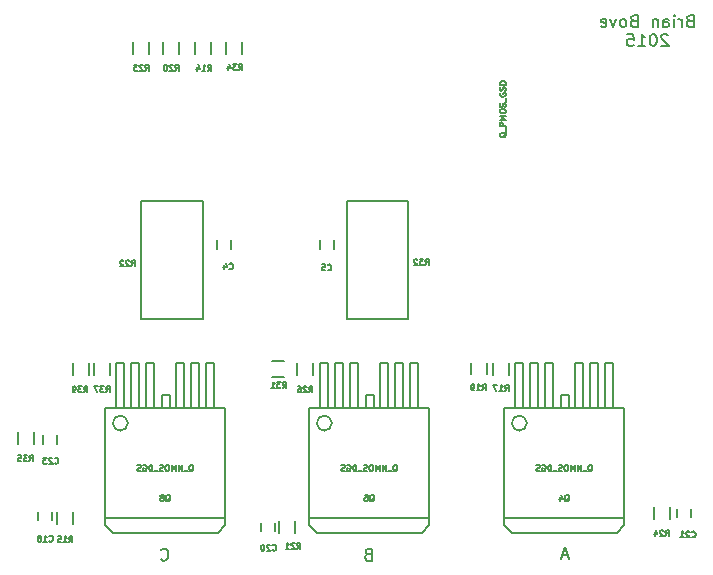
<source format=gbr>
G04 #@! TF.FileFunction,Legend,Bot*
%FSLAX46Y46*%
G04 Gerber Fmt 4.6, Leading zero omitted, Abs format (unit mm)*
G04 Created by KiCad (PCBNEW (2015-05-26 BZR 5684)-product) date Wed 21 Oct 2015 04:34:03 PM PDT*
%MOMM*%
G01*
G04 APERTURE LIST*
%ADD10C,0.100000*%
%ADD11C,0.190500*%
%ADD12C,0.127000*%
%ADD13C,0.150000*%
%ADD14C,0.200000*%
G04 APERTURE END LIST*
D10*
D11*
X180541990Y-76413179D02*
X180396847Y-76461560D01*
X180348466Y-76509940D01*
X180300085Y-76606702D01*
X180300085Y-76751845D01*
X180348466Y-76848607D01*
X180396847Y-76896988D01*
X180493609Y-76945369D01*
X180880656Y-76945369D01*
X180880656Y-75929369D01*
X180541990Y-75929369D01*
X180445228Y-75977750D01*
X180396847Y-76026131D01*
X180348466Y-76122893D01*
X180348466Y-76219655D01*
X180396847Y-76316417D01*
X180445228Y-76364798D01*
X180541990Y-76413179D01*
X180880656Y-76413179D01*
X179864656Y-76945369D02*
X179864656Y-76268036D01*
X179864656Y-76461560D02*
X179816275Y-76364798D01*
X179767894Y-76316417D01*
X179671132Y-76268036D01*
X179574371Y-76268036D01*
X179235704Y-76945369D02*
X179235704Y-76268036D01*
X179235704Y-75929369D02*
X179284085Y-75977750D01*
X179235704Y-76026131D01*
X179187323Y-75977750D01*
X179235704Y-75929369D01*
X179235704Y-76026131D01*
X178316466Y-76945369D02*
X178316466Y-76413179D01*
X178364847Y-76316417D01*
X178461609Y-76268036D01*
X178655132Y-76268036D01*
X178751894Y-76316417D01*
X178316466Y-76896988D02*
X178413228Y-76945369D01*
X178655132Y-76945369D01*
X178751894Y-76896988D01*
X178800275Y-76800226D01*
X178800275Y-76703464D01*
X178751894Y-76606702D01*
X178655132Y-76558321D01*
X178413228Y-76558321D01*
X178316466Y-76509940D01*
X177832656Y-76268036D02*
X177832656Y-76945369D01*
X177832656Y-76364798D02*
X177784275Y-76316417D01*
X177687513Y-76268036D01*
X177542371Y-76268036D01*
X177445609Y-76316417D01*
X177397228Y-76413179D01*
X177397228Y-76945369D01*
X175800657Y-76413179D02*
X175655514Y-76461560D01*
X175607133Y-76509940D01*
X175558752Y-76606702D01*
X175558752Y-76751845D01*
X175607133Y-76848607D01*
X175655514Y-76896988D01*
X175752276Y-76945369D01*
X176139323Y-76945369D01*
X176139323Y-75929369D01*
X175800657Y-75929369D01*
X175703895Y-75977750D01*
X175655514Y-76026131D01*
X175607133Y-76122893D01*
X175607133Y-76219655D01*
X175655514Y-76316417D01*
X175703895Y-76364798D01*
X175800657Y-76413179D01*
X176139323Y-76413179D01*
X174978180Y-76945369D02*
X175074942Y-76896988D01*
X175123323Y-76848607D01*
X175171704Y-76751845D01*
X175171704Y-76461560D01*
X175123323Y-76364798D01*
X175074942Y-76316417D01*
X174978180Y-76268036D01*
X174833038Y-76268036D01*
X174736276Y-76316417D01*
X174687895Y-76364798D01*
X174639514Y-76461560D01*
X174639514Y-76751845D01*
X174687895Y-76848607D01*
X174736276Y-76896988D01*
X174833038Y-76945369D01*
X174978180Y-76945369D01*
X174300847Y-76268036D02*
X174058942Y-76945369D01*
X173817038Y-76268036D01*
X173042943Y-76896988D02*
X173139705Y-76945369D01*
X173333228Y-76945369D01*
X173429990Y-76896988D01*
X173478371Y-76800226D01*
X173478371Y-76413179D01*
X173429990Y-76316417D01*
X173333228Y-76268036D01*
X173139705Y-76268036D01*
X173042943Y-76316417D01*
X172994562Y-76413179D01*
X172994562Y-76509940D01*
X173478371Y-76606702D01*
X178703514Y-77639031D02*
X178655133Y-77590650D01*
X178558371Y-77542269D01*
X178316467Y-77542269D01*
X178219705Y-77590650D01*
X178171324Y-77639031D01*
X178122943Y-77735793D01*
X178122943Y-77832555D01*
X178171324Y-77977698D01*
X178751895Y-78558269D01*
X178122943Y-78558269D01*
X177493990Y-77542269D02*
X177397229Y-77542269D01*
X177300467Y-77590650D01*
X177252086Y-77639031D01*
X177203705Y-77735793D01*
X177155324Y-77929317D01*
X177155324Y-78171221D01*
X177203705Y-78364745D01*
X177252086Y-78461507D01*
X177300467Y-78509888D01*
X177397229Y-78558269D01*
X177493990Y-78558269D01*
X177590752Y-78509888D01*
X177639133Y-78461507D01*
X177687514Y-78364745D01*
X177735895Y-78171221D01*
X177735895Y-77929317D01*
X177687514Y-77735793D01*
X177639133Y-77639031D01*
X177590752Y-77590650D01*
X177493990Y-77542269D01*
X176187705Y-78558269D02*
X176768276Y-78558269D01*
X176477990Y-78558269D02*
X176477990Y-77542269D01*
X176574752Y-77687412D01*
X176671514Y-77784174D01*
X176768276Y-77832555D01*
X175268467Y-77542269D02*
X175752276Y-77542269D01*
X175800657Y-78026079D01*
X175752276Y-77977698D01*
X175655514Y-77929317D01*
X175413610Y-77929317D01*
X175316848Y-77977698D01*
X175268467Y-78026079D01*
X175220086Y-78122840D01*
X175220086Y-78364745D01*
X175268467Y-78461507D01*
X175316848Y-78509888D01*
X175413610Y-78558269D01*
X175655514Y-78558269D01*
X175752276Y-78509888D01*
X175800657Y-78461507D01*
D12*
X135778724Y-122028857D02*
X135827105Y-122077238D01*
X135972248Y-122125619D01*
X136069010Y-122125619D01*
X136214152Y-122077238D01*
X136310914Y-121980476D01*
X136359295Y-121883714D01*
X136407676Y-121690190D01*
X136407676Y-121545048D01*
X136359295Y-121351524D01*
X136310914Y-121254762D01*
X136214152Y-121158000D01*
X136069010Y-121109619D01*
X135972248Y-121109619D01*
X135827105Y-121158000D01*
X135778724Y-121206381D01*
X153292629Y-121593429D02*
X153147486Y-121641810D01*
X153099105Y-121690190D01*
X153050724Y-121786952D01*
X153050724Y-121932095D01*
X153099105Y-122028857D01*
X153147486Y-122077238D01*
X153244248Y-122125619D01*
X153631295Y-122125619D01*
X153631295Y-121109619D01*
X153292629Y-121109619D01*
X153195867Y-121158000D01*
X153147486Y-121206381D01*
X153099105Y-121303143D01*
X153099105Y-121399905D01*
X153147486Y-121496667D01*
X153195867Y-121545048D01*
X153292629Y-121593429D01*
X153631295Y-121593429D01*
X170218704Y-121682933D02*
X169734895Y-121682933D01*
X170315466Y-121973219D02*
X169976799Y-120957219D01*
X169638133Y-121973219D01*
D13*
X169672000Y-108077000D02*
X169672000Y-109220000D01*
X170307000Y-108077000D02*
X170307000Y-109220000D01*
X169672000Y-108077000D02*
X170307000Y-108077000D01*
D14*
X173386000Y-109220000D02*
X173386000Y-105410000D01*
X173386000Y-105410000D02*
X174086000Y-105410000D01*
X174086000Y-105410000D02*
X174086000Y-109220000D01*
X172116000Y-109220000D02*
X172116000Y-105410000D01*
X172116000Y-105410000D02*
X172816000Y-105410000D01*
X172816000Y-105410000D02*
X172816000Y-109220000D01*
X170846000Y-109220000D02*
X170846000Y-105410000D01*
X170846000Y-105410000D02*
X171546000Y-105410000D01*
X171546000Y-105410000D02*
X171546000Y-109220000D01*
X168306000Y-109220000D02*
X168306000Y-105410000D01*
X168306000Y-105410000D02*
X169006000Y-105410000D01*
X169006000Y-105410000D02*
X169006000Y-109220000D01*
X167036000Y-109220000D02*
X167036000Y-105410000D01*
X167036000Y-105410000D02*
X167736000Y-105410000D01*
X167736000Y-105410000D02*
X167736000Y-109220000D01*
X165766000Y-109220000D02*
X165766000Y-105410000D01*
X165766000Y-105410000D02*
X166466000Y-105410000D01*
X166466000Y-105410000D02*
X166466000Y-109220000D01*
X166751000Y-110490000D02*
G75*
G03X166751000Y-110490000I-635000J0D01*
G01*
X164846000Y-118491000D02*
X164846000Y-119126000D01*
X164846000Y-119126000D02*
X165481000Y-119761000D01*
X165481000Y-119761000D02*
X174371000Y-119761000D01*
X174371000Y-119761000D02*
X175006000Y-119126000D01*
X175006000Y-119126000D02*
X175006000Y-118491000D01*
X164846000Y-109220000D02*
X175006000Y-109220000D01*
X175006000Y-109220000D02*
X175006000Y-118491000D01*
X175006000Y-118491000D02*
X164846000Y-118491000D01*
X164846000Y-118491000D02*
X164846000Y-109220000D01*
D13*
X153162000Y-108077000D02*
X153162000Y-109220000D01*
X153797000Y-108077000D02*
X153797000Y-109220000D01*
X153162000Y-108077000D02*
X153797000Y-108077000D01*
D14*
X156876000Y-109220000D02*
X156876000Y-105410000D01*
X156876000Y-105410000D02*
X157576000Y-105410000D01*
X157576000Y-105410000D02*
X157576000Y-109220000D01*
X155606000Y-109220000D02*
X155606000Y-105410000D01*
X155606000Y-105410000D02*
X156306000Y-105410000D01*
X156306000Y-105410000D02*
X156306000Y-109220000D01*
X154336000Y-109220000D02*
X154336000Y-105410000D01*
X154336000Y-105410000D02*
X155036000Y-105410000D01*
X155036000Y-105410000D02*
X155036000Y-109220000D01*
X151796000Y-109220000D02*
X151796000Y-105410000D01*
X151796000Y-105410000D02*
X152496000Y-105410000D01*
X152496000Y-105410000D02*
X152496000Y-109220000D01*
X150526000Y-109220000D02*
X150526000Y-105410000D01*
X150526000Y-105410000D02*
X151226000Y-105410000D01*
X151226000Y-105410000D02*
X151226000Y-109220000D01*
X149256000Y-109220000D02*
X149256000Y-105410000D01*
X149256000Y-105410000D02*
X149956000Y-105410000D01*
X149956000Y-105410000D02*
X149956000Y-109220000D01*
X150241000Y-110490000D02*
G75*
G03X150241000Y-110490000I-635000J0D01*
G01*
X148336000Y-118491000D02*
X148336000Y-119126000D01*
X148336000Y-119126000D02*
X148971000Y-119761000D01*
X148971000Y-119761000D02*
X157861000Y-119761000D01*
X157861000Y-119761000D02*
X158496000Y-119126000D01*
X158496000Y-119126000D02*
X158496000Y-118491000D01*
X148336000Y-109220000D02*
X158496000Y-109220000D01*
X158496000Y-109220000D02*
X158496000Y-118491000D01*
X158496000Y-118491000D02*
X148336000Y-118491000D01*
X148336000Y-118491000D02*
X148336000Y-109220000D01*
D13*
X135890000Y-108077000D02*
X135890000Y-109220000D01*
X136525000Y-108077000D02*
X136525000Y-109220000D01*
X135890000Y-108077000D02*
X136525000Y-108077000D01*
D14*
X139604000Y-109220000D02*
X139604000Y-105410000D01*
X139604000Y-105410000D02*
X140304000Y-105410000D01*
X140304000Y-105410000D02*
X140304000Y-109220000D01*
X138334000Y-109220000D02*
X138334000Y-105410000D01*
X138334000Y-105410000D02*
X139034000Y-105410000D01*
X139034000Y-105410000D02*
X139034000Y-109220000D01*
X137064000Y-109220000D02*
X137064000Y-105410000D01*
X137064000Y-105410000D02*
X137764000Y-105410000D01*
X137764000Y-105410000D02*
X137764000Y-109220000D01*
X134524000Y-109220000D02*
X134524000Y-105410000D01*
X134524000Y-105410000D02*
X135224000Y-105410000D01*
X135224000Y-105410000D02*
X135224000Y-109220000D01*
X133254000Y-109220000D02*
X133254000Y-105410000D01*
X133254000Y-105410000D02*
X133954000Y-105410000D01*
X133954000Y-105410000D02*
X133954000Y-109220000D01*
X131984000Y-109220000D02*
X131984000Y-105410000D01*
X131984000Y-105410000D02*
X132684000Y-105410000D01*
X132684000Y-105410000D02*
X132684000Y-109220000D01*
X132969000Y-110490000D02*
G75*
G03X132969000Y-110490000I-635000J0D01*
G01*
X131064000Y-118491000D02*
X131064000Y-119126000D01*
X131064000Y-119126000D02*
X131699000Y-119761000D01*
X131699000Y-119761000D02*
X140589000Y-119761000D01*
X140589000Y-119761000D02*
X141224000Y-119126000D01*
X141224000Y-119126000D02*
X141224000Y-118491000D01*
X131064000Y-109220000D02*
X141224000Y-109220000D01*
X141224000Y-109220000D02*
X141224000Y-118491000D01*
X141224000Y-118491000D02*
X131064000Y-118491000D01*
X131064000Y-118491000D02*
X131064000Y-109220000D01*
D13*
X138644000Y-78252000D02*
X138644000Y-79252000D01*
X139994000Y-79252000D02*
X139994000Y-78252000D01*
X126960000Y-117991000D02*
X126960000Y-118991000D01*
X128310000Y-118991000D02*
X128310000Y-117991000D01*
X163917000Y-105418000D02*
X163917000Y-106418000D01*
X165267000Y-106418000D02*
X165267000Y-105418000D01*
X163337000Y-106367000D02*
X163337000Y-105367000D01*
X161987000Y-105367000D02*
X161987000Y-106367000D01*
X135977000Y-78240000D02*
X135977000Y-79240000D01*
X137327000Y-79240000D02*
X137327000Y-78240000D01*
X145756000Y-118753000D02*
X145756000Y-119753000D01*
X147106000Y-119753000D02*
X147106000Y-118753000D01*
X139319000Y-101701600D02*
X134112000Y-101701600D01*
X134112000Y-101701600D02*
X134112000Y-91694000D01*
X134112000Y-91694000D02*
X139319000Y-91694000D01*
X139319000Y-91694000D02*
X139319000Y-101701600D01*
X133437000Y-78240000D02*
X133437000Y-79240000D01*
X134787000Y-79240000D02*
X134787000Y-78240000D01*
X177506000Y-117610000D02*
X177506000Y-118610000D01*
X178856000Y-118610000D02*
X178856000Y-117610000D01*
X147280000Y-105418000D02*
X147280000Y-106418000D01*
X148630000Y-106418000D02*
X148630000Y-105418000D01*
X146169000Y-105243000D02*
X145169000Y-105243000D01*
X145169000Y-106593000D02*
X146169000Y-106593000D01*
X156718000Y-101701600D02*
X151511000Y-101701600D01*
X151511000Y-101701600D02*
X151511000Y-91694000D01*
X151511000Y-91694000D02*
X156718000Y-91694000D01*
X156718000Y-91694000D02*
X156718000Y-101701600D01*
X142661000Y-79240000D02*
X142661000Y-78240000D01*
X141311000Y-78240000D02*
X141311000Y-79240000D01*
X123658000Y-111260000D02*
X123658000Y-112260000D01*
X125008000Y-112260000D02*
X125008000Y-111260000D01*
X130135000Y-105418000D02*
X130135000Y-106418000D01*
X131485000Y-106418000D02*
X131485000Y-105418000D01*
X128357000Y-105406000D02*
X128357000Y-106406000D01*
X129707000Y-106406000D02*
X129707000Y-105406000D01*
X141697000Y-95727000D02*
X141697000Y-95027000D01*
X140497000Y-95027000D02*
X140497000Y-95727000D01*
X150460000Y-95727000D02*
X150460000Y-95027000D01*
X149260000Y-95027000D02*
X149260000Y-95727000D01*
X126584000Y-118714000D02*
X126584000Y-118014000D01*
X125384000Y-118014000D02*
X125384000Y-118714000D01*
X145430800Y-119628400D02*
X145430800Y-118928400D01*
X144230800Y-118928400D02*
X144230800Y-119628400D01*
X180686000Y-118460000D02*
X180686000Y-117760000D01*
X179486000Y-117760000D02*
X179486000Y-118460000D01*
X126965000Y-112237000D02*
X126965000Y-111537000D01*
X125765000Y-111537000D02*
X125765000Y-112237000D01*
D12*
X165009890Y-85891914D02*
X164985700Y-85940295D01*
X164937319Y-85988676D01*
X164864748Y-86061247D01*
X164840557Y-86109628D01*
X164840557Y-86158009D01*
X164961510Y-86133819D02*
X164937319Y-86182200D01*
X164888938Y-86230581D01*
X164792176Y-86254771D01*
X164622843Y-86254771D01*
X164526081Y-86230581D01*
X164477700Y-86182200D01*
X164453510Y-86133819D01*
X164453510Y-86037057D01*
X164477700Y-85988676D01*
X164526081Y-85940295D01*
X164622843Y-85916104D01*
X164792176Y-85916104D01*
X164888938Y-85940295D01*
X164937319Y-85988676D01*
X164961510Y-86037057D01*
X164961510Y-86133819D01*
X165009890Y-85819343D02*
X165009890Y-85432295D01*
X164961510Y-85311343D02*
X164453510Y-85311343D01*
X164453510Y-85117819D01*
X164477700Y-85069438D01*
X164501890Y-85045247D01*
X164550271Y-85021057D01*
X164622843Y-85021057D01*
X164671224Y-85045247D01*
X164695414Y-85069438D01*
X164719605Y-85117819D01*
X164719605Y-85311343D01*
X164961510Y-84803343D02*
X164453510Y-84803343D01*
X164816367Y-84634009D01*
X164453510Y-84464676D01*
X164961510Y-84464676D01*
X164453510Y-84126010D02*
X164453510Y-84029248D01*
X164477700Y-83980867D01*
X164526081Y-83932486D01*
X164622843Y-83908295D01*
X164792176Y-83908295D01*
X164888938Y-83932486D01*
X164937319Y-83980867D01*
X164961510Y-84029248D01*
X164961510Y-84126010D01*
X164937319Y-84174391D01*
X164888938Y-84222772D01*
X164792176Y-84246962D01*
X164622843Y-84246962D01*
X164526081Y-84222772D01*
X164477700Y-84174391D01*
X164453510Y-84126010D01*
X164937319Y-83714772D02*
X164961510Y-83642201D01*
X164961510Y-83521248D01*
X164937319Y-83472867D01*
X164913129Y-83448677D01*
X164864748Y-83424486D01*
X164816367Y-83424486D01*
X164767986Y-83448677D01*
X164743795Y-83472867D01*
X164719605Y-83521248D01*
X164695414Y-83618010D01*
X164671224Y-83666391D01*
X164647033Y-83690582D01*
X164598652Y-83714772D01*
X164550271Y-83714772D01*
X164501890Y-83690582D01*
X164477700Y-83666391D01*
X164453510Y-83618010D01*
X164453510Y-83497058D01*
X164477700Y-83424486D01*
X165009890Y-83327724D02*
X165009890Y-82940676D01*
X164477700Y-82553628D02*
X164453510Y-82602009D01*
X164453510Y-82674581D01*
X164477700Y-82747152D01*
X164526081Y-82795533D01*
X164574462Y-82819724D01*
X164671224Y-82843914D01*
X164743795Y-82843914D01*
X164840557Y-82819724D01*
X164888938Y-82795533D01*
X164937319Y-82747152D01*
X164961510Y-82674581D01*
X164961510Y-82626200D01*
X164937319Y-82553628D01*
X164913129Y-82529438D01*
X164743795Y-82529438D01*
X164743795Y-82626200D01*
X164937319Y-82335914D02*
X164961510Y-82263343D01*
X164961510Y-82142390D01*
X164937319Y-82094009D01*
X164913129Y-82069819D01*
X164864748Y-82045628D01*
X164816367Y-82045628D01*
X164767986Y-82069819D01*
X164743795Y-82094009D01*
X164719605Y-82142390D01*
X164695414Y-82239152D01*
X164671224Y-82287533D01*
X164647033Y-82311724D01*
X164598652Y-82335914D01*
X164550271Y-82335914D01*
X164501890Y-82311724D01*
X164477700Y-82287533D01*
X164453510Y-82239152D01*
X164453510Y-82118200D01*
X164477700Y-82045628D01*
X164961510Y-81827914D02*
X164453510Y-81827914D01*
X164453510Y-81706961D01*
X164477700Y-81634390D01*
X164526081Y-81586009D01*
X164574462Y-81561818D01*
X164671224Y-81537628D01*
X164743795Y-81537628D01*
X164840557Y-81561818D01*
X164888938Y-81586009D01*
X164937319Y-81634390D01*
X164961510Y-81706961D01*
X164961510Y-81827914D01*
X169974381Y-117118190D02*
X170022762Y-117094000D01*
X170071143Y-117045619D01*
X170143714Y-116973048D01*
X170192095Y-116948857D01*
X170240476Y-116948857D01*
X170216286Y-117069810D02*
X170264667Y-117045619D01*
X170313048Y-116997238D01*
X170337238Y-116900476D01*
X170337238Y-116731143D01*
X170313048Y-116634381D01*
X170264667Y-116586000D01*
X170216286Y-116561810D01*
X170119524Y-116561810D01*
X170071143Y-116586000D01*
X170022762Y-116634381D01*
X169998571Y-116731143D01*
X169998571Y-116900476D01*
X170022762Y-116997238D01*
X170071143Y-117045619D01*
X170119524Y-117069810D01*
X170216286Y-117069810D01*
X169563143Y-116731143D02*
X169563143Y-117069810D01*
X169684096Y-116537619D02*
X169805048Y-116900476D01*
X169490572Y-116900476D01*
X171933809Y-114578190D02*
X171982190Y-114554000D01*
X172030571Y-114505619D01*
X172103142Y-114433048D01*
X172151523Y-114408857D01*
X172199904Y-114408857D01*
X172175714Y-114529810D02*
X172224095Y-114505619D01*
X172272476Y-114457238D01*
X172296666Y-114360476D01*
X172296666Y-114191143D01*
X172272476Y-114094381D01*
X172224095Y-114046000D01*
X172175714Y-114021810D01*
X172078952Y-114021810D01*
X172030571Y-114046000D01*
X171982190Y-114094381D01*
X171957999Y-114191143D01*
X171957999Y-114360476D01*
X171982190Y-114457238D01*
X172030571Y-114505619D01*
X172078952Y-114529810D01*
X172175714Y-114529810D01*
X171861238Y-114578190D02*
X171474190Y-114578190D01*
X171353238Y-114529810D02*
X171353238Y-114021810D01*
X171062952Y-114529810D01*
X171062952Y-114021810D01*
X170821048Y-114529810D02*
X170821048Y-114021810D01*
X170651714Y-114384667D01*
X170482381Y-114021810D01*
X170482381Y-114529810D01*
X170143715Y-114021810D02*
X170046953Y-114021810D01*
X169998572Y-114046000D01*
X169950191Y-114094381D01*
X169926000Y-114191143D01*
X169926000Y-114360476D01*
X169950191Y-114457238D01*
X169998572Y-114505619D01*
X170046953Y-114529810D01*
X170143715Y-114529810D01*
X170192096Y-114505619D01*
X170240477Y-114457238D01*
X170264667Y-114360476D01*
X170264667Y-114191143D01*
X170240477Y-114094381D01*
X170192096Y-114046000D01*
X170143715Y-114021810D01*
X169732477Y-114505619D02*
X169659906Y-114529810D01*
X169538953Y-114529810D01*
X169490572Y-114505619D01*
X169466382Y-114481429D01*
X169442191Y-114433048D01*
X169442191Y-114384667D01*
X169466382Y-114336286D01*
X169490572Y-114312095D01*
X169538953Y-114287905D01*
X169635715Y-114263714D01*
X169684096Y-114239524D01*
X169708287Y-114215333D01*
X169732477Y-114166952D01*
X169732477Y-114118571D01*
X169708287Y-114070190D01*
X169684096Y-114046000D01*
X169635715Y-114021810D01*
X169514763Y-114021810D01*
X169442191Y-114046000D01*
X169345429Y-114578190D02*
X168958381Y-114578190D01*
X168837429Y-114529810D02*
X168837429Y-114021810D01*
X168716476Y-114021810D01*
X168643905Y-114046000D01*
X168595524Y-114094381D01*
X168571333Y-114142762D01*
X168547143Y-114239524D01*
X168547143Y-114312095D01*
X168571333Y-114408857D01*
X168595524Y-114457238D01*
X168643905Y-114505619D01*
X168716476Y-114529810D01*
X168837429Y-114529810D01*
X168063333Y-114046000D02*
X168111714Y-114021810D01*
X168184286Y-114021810D01*
X168256857Y-114046000D01*
X168305238Y-114094381D01*
X168329429Y-114142762D01*
X168353619Y-114239524D01*
X168353619Y-114312095D01*
X168329429Y-114408857D01*
X168305238Y-114457238D01*
X168256857Y-114505619D01*
X168184286Y-114529810D01*
X168135905Y-114529810D01*
X168063333Y-114505619D01*
X168039143Y-114481429D01*
X168039143Y-114312095D01*
X168135905Y-114312095D01*
X167845619Y-114505619D02*
X167773048Y-114529810D01*
X167652095Y-114529810D01*
X167603714Y-114505619D01*
X167579524Y-114481429D01*
X167555333Y-114433048D01*
X167555333Y-114384667D01*
X167579524Y-114336286D01*
X167603714Y-114312095D01*
X167652095Y-114287905D01*
X167748857Y-114263714D01*
X167797238Y-114239524D01*
X167821429Y-114215333D01*
X167845619Y-114166952D01*
X167845619Y-114118571D01*
X167821429Y-114070190D01*
X167797238Y-114046000D01*
X167748857Y-114021810D01*
X167627905Y-114021810D01*
X167555333Y-114046000D01*
X153464381Y-117118190D02*
X153512762Y-117094000D01*
X153561143Y-117045619D01*
X153633714Y-116973048D01*
X153682095Y-116948857D01*
X153730476Y-116948857D01*
X153706286Y-117069810D02*
X153754667Y-117045619D01*
X153803048Y-116997238D01*
X153827238Y-116900476D01*
X153827238Y-116731143D01*
X153803048Y-116634381D01*
X153754667Y-116586000D01*
X153706286Y-116561810D01*
X153609524Y-116561810D01*
X153561143Y-116586000D01*
X153512762Y-116634381D01*
X153488571Y-116731143D01*
X153488571Y-116900476D01*
X153512762Y-116997238D01*
X153561143Y-117045619D01*
X153609524Y-117069810D01*
X153706286Y-117069810D01*
X153053143Y-116561810D02*
X153149905Y-116561810D01*
X153198286Y-116586000D01*
X153222477Y-116610190D01*
X153270858Y-116682762D01*
X153295048Y-116779524D01*
X153295048Y-116973048D01*
X153270858Y-117021429D01*
X153246667Y-117045619D01*
X153198286Y-117069810D01*
X153101524Y-117069810D01*
X153053143Y-117045619D01*
X153028953Y-117021429D01*
X153004762Y-116973048D01*
X153004762Y-116852095D01*
X153028953Y-116803714D01*
X153053143Y-116779524D01*
X153101524Y-116755333D01*
X153198286Y-116755333D01*
X153246667Y-116779524D01*
X153270858Y-116803714D01*
X153295048Y-116852095D01*
X155423809Y-114578190D02*
X155472190Y-114554000D01*
X155520571Y-114505619D01*
X155593142Y-114433048D01*
X155641523Y-114408857D01*
X155689904Y-114408857D01*
X155665714Y-114529810D02*
X155714095Y-114505619D01*
X155762476Y-114457238D01*
X155786666Y-114360476D01*
X155786666Y-114191143D01*
X155762476Y-114094381D01*
X155714095Y-114046000D01*
X155665714Y-114021810D01*
X155568952Y-114021810D01*
X155520571Y-114046000D01*
X155472190Y-114094381D01*
X155447999Y-114191143D01*
X155447999Y-114360476D01*
X155472190Y-114457238D01*
X155520571Y-114505619D01*
X155568952Y-114529810D01*
X155665714Y-114529810D01*
X155351238Y-114578190D02*
X154964190Y-114578190D01*
X154843238Y-114529810D02*
X154843238Y-114021810D01*
X154552952Y-114529810D01*
X154552952Y-114021810D01*
X154311048Y-114529810D02*
X154311048Y-114021810D01*
X154141714Y-114384667D01*
X153972381Y-114021810D01*
X153972381Y-114529810D01*
X153633715Y-114021810D02*
X153536953Y-114021810D01*
X153488572Y-114046000D01*
X153440191Y-114094381D01*
X153416000Y-114191143D01*
X153416000Y-114360476D01*
X153440191Y-114457238D01*
X153488572Y-114505619D01*
X153536953Y-114529810D01*
X153633715Y-114529810D01*
X153682096Y-114505619D01*
X153730477Y-114457238D01*
X153754667Y-114360476D01*
X153754667Y-114191143D01*
X153730477Y-114094381D01*
X153682096Y-114046000D01*
X153633715Y-114021810D01*
X153222477Y-114505619D02*
X153149906Y-114529810D01*
X153028953Y-114529810D01*
X152980572Y-114505619D01*
X152956382Y-114481429D01*
X152932191Y-114433048D01*
X152932191Y-114384667D01*
X152956382Y-114336286D01*
X152980572Y-114312095D01*
X153028953Y-114287905D01*
X153125715Y-114263714D01*
X153174096Y-114239524D01*
X153198287Y-114215333D01*
X153222477Y-114166952D01*
X153222477Y-114118571D01*
X153198287Y-114070190D01*
X153174096Y-114046000D01*
X153125715Y-114021810D01*
X153004763Y-114021810D01*
X152932191Y-114046000D01*
X152835429Y-114578190D02*
X152448381Y-114578190D01*
X152327429Y-114529810D02*
X152327429Y-114021810D01*
X152206476Y-114021810D01*
X152133905Y-114046000D01*
X152085524Y-114094381D01*
X152061333Y-114142762D01*
X152037143Y-114239524D01*
X152037143Y-114312095D01*
X152061333Y-114408857D01*
X152085524Y-114457238D01*
X152133905Y-114505619D01*
X152206476Y-114529810D01*
X152327429Y-114529810D01*
X151553333Y-114046000D02*
X151601714Y-114021810D01*
X151674286Y-114021810D01*
X151746857Y-114046000D01*
X151795238Y-114094381D01*
X151819429Y-114142762D01*
X151843619Y-114239524D01*
X151843619Y-114312095D01*
X151819429Y-114408857D01*
X151795238Y-114457238D01*
X151746857Y-114505619D01*
X151674286Y-114529810D01*
X151625905Y-114529810D01*
X151553333Y-114505619D01*
X151529143Y-114481429D01*
X151529143Y-114312095D01*
X151625905Y-114312095D01*
X151335619Y-114505619D02*
X151263048Y-114529810D01*
X151142095Y-114529810D01*
X151093714Y-114505619D01*
X151069524Y-114481429D01*
X151045333Y-114433048D01*
X151045333Y-114384667D01*
X151069524Y-114336286D01*
X151093714Y-114312095D01*
X151142095Y-114287905D01*
X151238857Y-114263714D01*
X151287238Y-114239524D01*
X151311429Y-114215333D01*
X151335619Y-114166952D01*
X151335619Y-114118571D01*
X151311429Y-114070190D01*
X151287238Y-114046000D01*
X151238857Y-114021810D01*
X151117905Y-114021810D01*
X151045333Y-114046000D01*
X136192381Y-117118190D02*
X136240762Y-117094000D01*
X136289143Y-117045619D01*
X136361714Y-116973048D01*
X136410095Y-116948857D01*
X136458476Y-116948857D01*
X136434286Y-117069810D02*
X136482667Y-117045619D01*
X136531048Y-116997238D01*
X136555238Y-116900476D01*
X136555238Y-116731143D01*
X136531048Y-116634381D01*
X136482667Y-116586000D01*
X136434286Y-116561810D01*
X136337524Y-116561810D01*
X136289143Y-116586000D01*
X136240762Y-116634381D01*
X136216571Y-116731143D01*
X136216571Y-116900476D01*
X136240762Y-116997238D01*
X136289143Y-117045619D01*
X136337524Y-117069810D01*
X136434286Y-117069810D01*
X135926286Y-116779524D02*
X135974667Y-116755333D01*
X135998858Y-116731143D01*
X136023048Y-116682762D01*
X136023048Y-116658571D01*
X135998858Y-116610190D01*
X135974667Y-116586000D01*
X135926286Y-116561810D01*
X135829524Y-116561810D01*
X135781143Y-116586000D01*
X135756953Y-116610190D01*
X135732762Y-116658571D01*
X135732762Y-116682762D01*
X135756953Y-116731143D01*
X135781143Y-116755333D01*
X135829524Y-116779524D01*
X135926286Y-116779524D01*
X135974667Y-116803714D01*
X135998858Y-116827905D01*
X136023048Y-116876286D01*
X136023048Y-116973048D01*
X135998858Y-117021429D01*
X135974667Y-117045619D01*
X135926286Y-117069810D01*
X135829524Y-117069810D01*
X135781143Y-117045619D01*
X135756953Y-117021429D01*
X135732762Y-116973048D01*
X135732762Y-116876286D01*
X135756953Y-116827905D01*
X135781143Y-116803714D01*
X135829524Y-116779524D01*
X138151809Y-114578190D02*
X138200190Y-114554000D01*
X138248571Y-114505619D01*
X138321142Y-114433048D01*
X138369523Y-114408857D01*
X138417904Y-114408857D01*
X138393714Y-114529810D02*
X138442095Y-114505619D01*
X138490476Y-114457238D01*
X138514666Y-114360476D01*
X138514666Y-114191143D01*
X138490476Y-114094381D01*
X138442095Y-114046000D01*
X138393714Y-114021810D01*
X138296952Y-114021810D01*
X138248571Y-114046000D01*
X138200190Y-114094381D01*
X138175999Y-114191143D01*
X138175999Y-114360476D01*
X138200190Y-114457238D01*
X138248571Y-114505619D01*
X138296952Y-114529810D01*
X138393714Y-114529810D01*
X138079238Y-114578190D02*
X137692190Y-114578190D01*
X137571238Y-114529810D02*
X137571238Y-114021810D01*
X137280952Y-114529810D01*
X137280952Y-114021810D01*
X137039048Y-114529810D02*
X137039048Y-114021810D01*
X136869714Y-114384667D01*
X136700381Y-114021810D01*
X136700381Y-114529810D01*
X136361715Y-114021810D02*
X136264953Y-114021810D01*
X136216572Y-114046000D01*
X136168191Y-114094381D01*
X136144000Y-114191143D01*
X136144000Y-114360476D01*
X136168191Y-114457238D01*
X136216572Y-114505619D01*
X136264953Y-114529810D01*
X136361715Y-114529810D01*
X136410096Y-114505619D01*
X136458477Y-114457238D01*
X136482667Y-114360476D01*
X136482667Y-114191143D01*
X136458477Y-114094381D01*
X136410096Y-114046000D01*
X136361715Y-114021810D01*
X135950477Y-114505619D02*
X135877906Y-114529810D01*
X135756953Y-114529810D01*
X135708572Y-114505619D01*
X135684382Y-114481429D01*
X135660191Y-114433048D01*
X135660191Y-114384667D01*
X135684382Y-114336286D01*
X135708572Y-114312095D01*
X135756953Y-114287905D01*
X135853715Y-114263714D01*
X135902096Y-114239524D01*
X135926287Y-114215333D01*
X135950477Y-114166952D01*
X135950477Y-114118571D01*
X135926287Y-114070190D01*
X135902096Y-114046000D01*
X135853715Y-114021810D01*
X135732763Y-114021810D01*
X135660191Y-114046000D01*
X135563429Y-114578190D02*
X135176381Y-114578190D01*
X135055429Y-114529810D02*
X135055429Y-114021810D01*
X134934476Y-114021810D01*
X134861905Y-114046000D01*
X134813524Y-114094381D01*
X134789333Y-114142762D01*
X134765143Y-114239524D01*
X134765143Y-114312095D01*
X134789333Y-114408857D01*
X134813524Y-114457238D01*
X134861905Y-114505619D01*
X134934476Y-114529810D01*
X135055429Y-114529810D01*
X134281333Y-114046000D02*
X134329714Y-114021810D01*
X134402286Y-114021810D01*
X134474857Y-114046000D01*
X134523238Y-114094381D01*
X134547429Y-114142762D01*
X134571619Y-114239524D01*
X134571619Y-114312095D01*
X134547429Y-114408857D01*
X134523238Y-114457238D01*
X134474857Y-114505619D01*
X134402286Y-114529810D01*
X134353905Y-114529810D01*
X134281333Y-114505619D01*
X134257143Y-114481429D01*
X134257143Y-114312095D01*
X134353905Y-114312095D01*
X134063619Y-114505619D02*
X133991048Y-114529810D01*
X133870095Y-114529810D01*
X133821714Y-114505619D01*
X133797524Y-114481429D01*
X133773333Y-114433048D01*
X133773333Y-114384667D01*
X133797524Y-114336286D01*
X133821714Y-114312095D01*
X133870095Y-114287905D01*
X133966857Y-114263714D01*
X134015238Y-114239524D01*
X134039429Y-114215333D01*
X134063619Y-114166952D01*
X134063619Y-114118571D01*
X134039429Y-114070190D01*
X134015238Y-114046000D01*
X133966857Y-114021810D01*
X133845905Y-114021810D01*
X133773333Y-114046000D01*
X139721772Y-80646210D02*
X139891105Y-80404305D01*
X140012058Y-80646210D02*
X140012058Y-80138210D01*
X139818534Y-80138210D01*
X139770153Y-80162400D01*
X139745962Y-80186590D01*
X139721772Y-80234971D01*
X139721772Y-80307543D01*
X139745962Y-80355924D01*
X139770153Y-80380114D01*
X139818534Y-80404305D01*
X140012058Y-80404305D01*
X139237962Y-80646210D02*
X139528248Y-80646210D01*
X139383105Y-80646210D02*
X139383105Y-80138210D01*
X139431486Y-80210781D01*
X139479867Y-80259162D01*
X139528248Y-80283352D01*
X138802533Y-80307543D02*
X138802533Y-80646210D01*
X138923486Y-80114019D02*
X139044438Y-80476876D01*
X138729962Y-80476876D01*
X127986972Y-120575010D02*
X128156305Y-120333105D01*
X128277258Y-120575010D02*
X128277258Y-120067010D01*
X128083734Y-120067010D01*
X128035353Y-120091200D01*
X128011162Y-120115390D01*
X127986972Y-120163771D01*
X127986972Y-120236343D01*
X128011162Y-120284724D01*
X128035353Y-120308914D01*
X128083734Y-120333105D01*
X128277258Y-120333105D01*
X127503162Y-120575010D02*
X127793448Y-120575010D01*
X127648305Y-120575010D02*
X127648305Y-120067010D01*
X127696686Y-120139581D01*
X127745067Y-120187962D01*
X127793448Y-120212152D01*
X127043543Y-120067010D02*
X127285448Y-120067010D01*
X127309638Y-120308914D01*
X127285448Y-120284724D01*
X127237067Y-120260533D01*
X127116114Y-120260533D01*
X127067733Y-120284724D01*
X127043543Y-120308914D01*
X127019352Y-120357295D01*
X127019352Y-120478248D01*
X127043543Y-120526629D01*
X127067733Y-120550819D01*
X127116114Y-120575010D01*
X127237067Y-120575010D01*
X127285448Y-120550819D01*
X127309638Y-120526629D01*
X164918572Y-107773410D02*
X165087905Y-107531505D01*
X165208858Y-107773410D02*
X165208858Y-107265410D01*
X165015334Y-107265410D01*
X164966953Y-107289600D01*
X164942762Y-107313790D01*
X164918572Y-107362171D01*
X164918572Y-107434743D01*
X164942762Y-107483124D01*
X164966953Y-107507314D01*
X165015334Y-107531505D01*
X165208858Y-107531505D01*
X164434762Y-107773410D02*
X164725048Y-107773410D01*
X164579905Y-107773410D02*
X164579905Y-107265410D01*
X164628286Y-107337981D01*
X164676667Y-107386362D01*
X164725048Y-107410552D01*
X164265429Y-107265410D02*
X163926762Y-107265410D01*
X164144476Y-107773410D01*
X162988172Y-107722610D02*
X163157505Y-107480705D01*
X163278458Y-107722610D02*
X163278458Y-107214610D01*
X163084934Y-107214610D01*
X163036553Y-107238800D01*
X163012362Y-107262990D01*
X162988172Y-107311371D01*
X162988172Y-107383943D01*
X163012362Y-107432324D01*
X163036553Y-107456514D01*
X163084934Y-107480705D01*
X163278458Y-107480705D01*
X162504362Y-107722610D02*
X162794648Y-107722610D01*
X162649505Y-107722610D02*
X162649505Y-107214610D01*
X162697886Y-107287181D01*
X162746267Y-107335562D01*
X162794648Y-107359752D01*
X162262457Y-107722610D02*
X162165695Y-107722610D01*
X162117314Y-107698419D01*
X162093124Y-107674229D01*
X162044743Y-107601657D01*
X162020552Y-107504895D01*
X162020552Y-107311371D01*
X162044743Y-107262990D01*
X162068933Y-107238800D01*
X162117314Y-107214610D01*
X162214076Y-107214610D01*
X162262457Y-107238800D01*
X162286648Y-107262990D01*
X162310838Y-107311371D01*
X162310838Y-107432324D01*
X162286648Y-107480705D01*
X162262457Y-107504895D01*
X162214076Y-107529086D01*
X162117314Y-107529086D01*
X162068933Y-107504895D01*
X162044743Y-107480705D01*
X162020552Y-107432324D01*
X136978572Y-80646210D02*
X137147905Y-80404305D01*
X137268858Y-80646210D02*
X137268858Y-80138210D01*
X137075334Y-80138210D01*
X137026953Y-80162400D01*
X137002762Y-80186590D01*
X136978572Y-80234971D01*
X136978572Y-80307543D01*
X137002762Y-80355924D01*
X137026953Y-80380114D01*
X137075334Y-80404305D01*
X137268858Y-80404305D01*
X136785048Y-80186590D02*
X136760858Y-80162400D01*
X136712477Y-80138210D01*
X136591524Y-80138210D01*
X136543143Y-80162400D01*
X136518953Y-80186590D01*
X136494762Y-80234971D01*
X136494762Y-80283352D01*
X136518953Y-80355924D01*
X136809239Y-80646210D01*
X136494762Y-80646210D01*
X136180286Y-80138210D02*
X136131905Y-80138210D01*
X136083524Y-80162400D01*
X136059333Y-80186590D01*
X136035143Y-80234971D01*
X136010952Y-80331733D01*
X136010952Y-80452686D01*
X136035143Y-80549448D01*
X136059333Y-80597829D01*
X136083524Y-80622019D01*
X136131905Y-80646210D01*
X136180286Y-80646210D01*
X136228667Y-80622019D01*
X136252857Y-80597829D01*
X136277048Y-80549448D01*
X136301238Y-80452686D01*
X136301238Y-80331733D01*
X136277048Y-80234971D01*
X136252857Y-80186590D01*
X136228667Y-80162400D01*
X136180286Y-80138210D01*
X147290972Y-121133810D02*
X147460305Y-120891905D01*
X147581258Y-121133810D02*
X147581258Y-120625810D01*
X147387734Y-120625810D01*
X147339353Y-120650000D01*
X147315162Y-120674190D01*
X147290972Y-120722571D01*
X147290972Y-120795143D01*
X147315162Y-120843524D01*
X147339353Y-120867714D01*
X147387734Y-120891905D01*
X147581258Y-120891905D01*
X147097448Y-120674190D02*
X147073258Y-120650000D01*
X147024877Y-120625810D01*
X146903924Y-120625810D01*
X146855543Y-120650000D01*
X146831353Y-120674190D01*
X146807162Y-120722571D01*
X146807162Y-120770952D01*
X146831353Y-120843524D01*
X147121639Y-121133810D01*
X146807162Y-121133810D01*
X146323352Y-121133810D02*
X146613638Y-121133810D01*
X146468495Y-121133810D02*
X146468495Y-120625810D01*
X146516876Y-120698381D01*
X146565257Y-120746762D01*
X146613638Y-120770952D01*
X133270172Y-97207010D02*
X133439505Y-96965105D01*
X133560458Y-97207010D02*
X133560458Y-96699010D01*
X133366934Y-96699010D01*
X133318553Y-96723200D01*
X133294362Y-96747390D01*
X133270172Y-96795771D01*
X133270172Y-96868343D01*
X133294362Y-96916724D01*
X133318553Y-96940914D01*
X133366934Y-96965105D01*
X133560458Y-96965105D01*
X133076648Y-96747390D02*
X133052458Y-96723200D01*
X133004077Y-96699010D01*
X132883124Y-96699010D01*
X132834743Y-96723200D01*
X132810553Y-96747390D01*
X132786362Y-96795771D01*
X132786362Y-96844152D01*
X132810553Y-96916724D01*
X133100839Y-97207010D01*
X132786362Y-97207010D01*
X132592838Y-96747390D02*
X132568648Y-96723200D01*
X132520267Y-96699010D01*
X132399314Y-96699010D01*
X132350933Y-96723200D01*
X132326743Y-96747390D01*
X132302552Y-96795771D01*
X132302552Y-96844152D01*
X132326743Y-96916724D01*
X132617029Y-97207010D01*
X132302552Y-97207010D01*
X134438572Y-80646210D02*
X134607905Y-80404305D01*
X134728858Y-80646210D02*
X134728858Y-80138210D01*
X134535334Y-80138210D01*
X134486953Y-80162400D01*
X134462762Y-80186590D01*
X134438572Y-80234971D01*
X134438572Y-80307543D01*
X134462762Y-80355924D01*
X134486953Y-80380114D01*
X134535334Y-80404305D01*
X134728858Y-80404305D01*
X134245048Y-80186590D02*
X134220858Y-80162400D01*
X134172477Y-80138210D01*
X134051524Y-80138210D01*
X134003143Y-80162400D01*
X133978953Y-80186590D01*
X133954762Y-80234971D01*
X133954762Y-80283352D01*
X133978953Y-80355924D01*
X134269239Y-80646210D01*
X133954762Y-80646210D01*
X133785429Y-80138210D02*
X133470952Y-80138210D01*
X133640286Y-80331733D01*
X133567714Y-80331733D01*
X133519333Y-80355924D01*
X133495143Y-80380114D01*
X133470952Y-80428495D01*
X133470952Y-80549448D01*
X133495143Y-80597829D01*
X133519333Y-80622019D01*
X133567714Y-80646210D01*
X133712857Y-80646210D01*
X133761238Y-80622019D01*
X133785429Y-80597829D01*
X178482172Y-120067010D02*
X178651505Y-119825105D01*
X178772458Y-120067010D02*
X178772458Y-119559010D01*
X178578934Y-119559010D01*
X178530553Y-119583200D01*
X178506362Y-119607390D01*
X178482172Y-119655771D01*
X178482172Y-119728343D01*
X178506362Y-119776724D01*
X178530553Y-119800914D01*
X178578934Y-119825105D01*
X178772458Y-119825105D01*
X178288648Y-119607390D02*
X178264458Y-119583200D01*
X178216077Y-119559010D01*
X178095124Y-119559010D01*
X178046743Y-119583200D01*
X178022553Y-119607390D01*
X177998362Y-119655771D01*
X177998362Y-119704152D01*
X178022553Y-119776724D01*
X178312839Y-120067010D01*
X177998362Y-120067010D01*
X177562933Y-119728343D02*
X177562933Y-120067010D01*
X177683886Y-119534819D02*
X177804838Y-119897676D01*
X177490362Y-119897676D01*
X148306972Y-107875010D02*
X148476305Y-107633105D01*
X148597258Y-107875010D02*
X148597258Y-107367010D01*
X148403734Y-107367010D01*
X148355353Y-107391200D01*
X148331162Y-107415390D01*
X148306972Y-107463771D01*
X148306972Y-107536343D01*
X148331162Y-107584724D01*
X148355353Y-107608914D01*
X148403734Y-107633105D01*
X148597258Y-107633105D01*
X148113448Y-107415390D02*
X148089258Y-107391200D01*
X148040877Y-107367010D01*
X147919924Y-107367010D01*
X147871543Y-107391200D01*
X147847353Y-107415390D01*
X147823162Y-107463771D01*
X147823162Y-107512152D01*
X147847353Y-107584724D01*
X148137639Y-107875010D01*
X147823162Y-107875010D01*
X147387733Y-107367010D02*
X147484495Y-107367010D01*
X147532876Y-107391200D01*
X147557067Y-107415390D01*
X147605448Y-107487962D01*
X147629638Y-107584724D01*
X147629638Y-107778248D01*
X147605448Y-107826629D01*
X147581257Y-107850819D01*
X147532876Y-107875010D01*
X147436114Y-107875010D01*
X147387733Y-107850819D01*
X147363543Y-107826629D01*
X147339352Y-107778248D01*
X147339352Y-107657295D01*
X147363543Y-107608914D01*
X147387733Y-107584724D01*
X147436114Y-107560533D01*
X147532876Y-107560533D01*
X147581257Y-107584724D01*
X147605448Y-107608914D01*
X147629638Y-107657295D01*
X146071772Y-107519410D02*
X146241105Y-107277505D01*
X146362058Y-107519410D02*
X146362058Y-107011410D01*
X146168534Y-107011410D01*
X146120153Y-107035600D01*
X146095962Y-107059790D01*
X146071772Y-107108171D01*
X146071772Y-107180743D01*
X146095962Y-107229124D01*
X146120153Y-107253314D01*
X146168534Y-107277505D01*
X146362058Y-107277505D01*
X145902439Y-107011410D02*
X145587962Y-107011410D01*
X145757296Y-107204933D01*
X145684724Y-107204933D01*
X145636343Y-107229124D01*
X145612153Y-107253314D01*
X145587962Y-107301695D01*
X145587962Y-107422648D01*
X145612153Y-107471029D01*
X145636343Y-107495219D01*
X145684724Y-107519410D01*
X145829867Y-107519410D01*
X145878248Y-107495219D01*
X145902439Y-107471029D01*
X145104152Y-107519410D02*
X145394438Y-107519410D01*
X145249295Y-107519410D02*
X145249295Y-107011410D01*
X145297676Y-107083981D01*
X145346057Y-107132362D01*
X145394438Y-107156552D01*
X158162172Y-97105410D02*
X158331505Y-96863505D01*
X158452458Y-97105410D02*
X158452458Y-96597410D01*
X158258934Y-96597410D01*
X158210553Y-96621600D01*
X158186362Y-96645790D01*
X158162172Y-96694171D01*
X158162172Y-96766743D01*
X158186362Y-96815124D01*
X158210553Y-96839314D01*
X158258934Y-96863505D01*
X158452458Y-96863505D01*
X157992839Y-96597410D02*
X157678362Y-96597410D01*
X157847696Y-96790933D01*
X157775124Y-96790933D01*
X157726743Y-96815124D01*
X157702553Y-96839314D01*
X157678362Y-96887695D01*
X157678362Y-97008648D01*
X157702553Y-97057029D01*
X157726743Y-97081219D01*
X157775124Y-97105410D01*
X157920267Y-97105410D01*
X157968648Y-97081219D01*
X157992839Y-97057029D01*
X157484838Y-96645790D02*
X157460648Y-96621600D01*
X157412267Y-96597410D01*
X157291314Y-96597410D01*
X157242933Y-96621600D01*
X157218743Y-96645790D01*
X157194552Y-96694171D01*
X157194552Y-96742552D01*
X157218743Y-96815124D01*
X157509029Y-97105410D01*
X157194552Y-97105410D01*
X142363372Y-80595410D02*
X142532705Y-80353505D01*
X142653658Y-80595410D02*
X142653658Y-80087410D01*
X142460134Y-80087410D01*
X142411753Y-80111600D01*
X142387562Y-80135790D01*
X142363372Y-80184171D01*
X142363372Y-80256743D01*
X142387562Y-80305124D01*
X142411753Y-80329314D01*
X142460134Y-80353505D01*
X142653658Y-80353505D01*
X142194039Y-80087410D02*
X141879562Y-80087410D01*
X142048896Y-80280933D01*
X141976324Y-80280933D01*
X141927943Y-80305124D01*
X141903753Y-80329314D01*
X141879562Y-80377695D01*
X141879562Y-80498648D01*
X141903753Y-80547029D01*
X141927943Y-80571219D01*
X141976324Y-80595410D01*
X142121467Y-80595410D01*
X142169848Y-80571219D01*
X142194039Y-80547029D01*
X141444133Y-80256743D02*
X141444133Y-80595410D01*
X141565086Y-80063219D02*
X141686038Y-80426076D01*
X141371562Y-80426076D01*
X124634172Y-113717010D02*
X124803505Y-113475105D01*
X124924458Y-113717010D02*
X124924458Y-113209010D01*
X124730934Y-113209010D01*
X124682553Y-113233200D01*
X124658362Y-113257390D01*
X124634172Y-113305771D01*
X124634172Y-113378343D01*
X124658362Y-113426724D01*
X124682553Y-113450914D01*
X124730934Y-113475105D01*
X124924458Y-113475105D01*
X124464839Y-113209010D02*
X124150362Y-113209010D01*
X124319696Y-113402533D01*
X124247124Y-113402533D01*
X124198743Y-113426724D01*
X124174553Y-113450914D01*
X124150362Y-113499295D01*
X124150362Y-113620248D01*
X124174553Y-113668629D01*
X124198743Y-113692819D01*
X124247124Y-113717010D01*
X124392267Y-113717010D01*
X124440648Y-113692819D01*
X124464839Y-113668629D01*
X123690743Y-113209010D02*
X123932648Y-113209010D01*
X123956838Y-113450914D01*
X123932648Y-113426724D01*
X123884267Y-113402533D01*
X123763314Y-113402533D01*
X123714933Y-113426724D01*
X123690743Y-113450914D01*
X123666552Y-113499295D01*
X123666552Y-113620248D01*
X123690743Y-113668629D01*
X123714933Y-113692819D01*
X123763314Y-113717010D01*
X123884267Y-113717010D01*
X123932648Y-113692819D01*
X123956838Y-113668629D01*
X131136572Y-107875010D02*
X131305905Y-107633105D01*
X131426858Y-107875010D02*
X131426858Y-107367010D01*
X131233334Y-107367010D01*
X131184953Y-107391200D01*
X131160762Y-107415390D01*
X131136572Y-107463771D01*
X131136572Y-107536343D01*
X131160762Y-107584724D01*
X131184953Y-107608914D01*
X131233334Y-107633105D01*
X131426858Y-107633105D01*
X130967239Y-107367010D02*
X130652762Y-107367010D01*
X130822096Y-107560533D01*
X130749524Y-107560533D01*
X130701143Y-107584724D01*
X130676953Y-107608914D01*
X130652762Y-107657295D01*
X130652762Y-107778248D01*
X130676953Y-107826629D01*
X130701143Y-107850819D01*
X130749524Y-107875010D01*
X130894667Y-107875010D01*
X130943048Y-107850819D01*
X130967239Y-107826629D01*
X130483429Y-107367010D02*
X130144762Y-107367010D01*
X130362476Y-107875010D01*
X129256972Y-107875010D02*
X129426305Y-107633105D01*
X129547258Y-107875010D02*
X129547258Y-107367010D01*
X129353734Y-107367010D01*
X129305353Y-107391200D01*
X129281162Y-107415390D01*
X129256972Y-107463771D01*
X129256972Y-107536343D01*
X129281162Y-107584724D01*
X129305353Y-107608914D01*
X129353734Y-107633105D01*
X129547258Y-107633105D01*
X129087639Y-107367010D02*
X128773162Y-107367010D01*
X128942496Y-107560533D01*
X128869924Y-107560533D01*
X128821543Y-107584724D01*
X128797353Y-107608914D01*
X128773162Y-107657295D01*
X128773162Y-107778248D01*
X128797353Y-107826629D01*
X128821543Y-107850819D01*
X128869924Y-107875010D01*
X129015067Y-107875010D01*
X129063448Y-107850819D01*
X129087639Y-107826629D01*
X128531257Y-107875010D02*
X128434495Y-107875010D01*
X128386114Y-107850819D01*
X128361924Y-107826629D01*
X128313543Y-107754057D01*
X128289352Y-107657295D01*
X128289352Y-107463771D01*
X128313543Y-107415390D01*
X128337733Y-107391200D01*
X128386114Y-107367010D01*
X128482876Y-107367010D01*
X128531257Y-107391200D01*
X128555448Y-107415390D01*
X128579638Y-107463771D01*
X128579638Y-107584724D01*
X128555448Y-107633105D01*
X128531257Y-107657295D01*
X128482876Y-107681486D01*
X128386114Y-107681486D01*
X128337733Y-107657295D01*
X128313543Y-107633105D01*
X128289352Y-107584724D01*
X141562667Y-97412629D02*
X141586857Y-97436819D01*
X141659429Y-97461010D01*
X141707810Y-97461010D01*
X141780381Y-97436819D01*
X141828762Y-97388438D01*
X141852953Y-97340057D01*
X141877143Y-97243295D01*
X141877143Y-97170724D01*
X141852953Y-97073962D01*
X141828762Y-97025581D01*
X141780381Y-96977200D01*
X141707810Y-96953010D01*
X141659429Y-96953010D01*
X141586857Y-96977200D01*
X141562667Y-97001390D01*
X141127238Y-97122343D02*
X141127238Y-97461010D01*
X141248191Y-96928819D02*
X141369143Y-97291676D01*
X141054667Y-97291676D01*
X149893867Y-97514229D02*
X149918057Y-97538419D01*
X149990629Y-97562610D01*
X150039010Y-97562610D01*
X150111581Y-97538419D01*
X150159962Y-97490038D01*
X150184153Y-97441657D01*
X150208343Y-97344895D01*
X150208343Y-97272324D01*
X150184153Y-97175562D01*
X150159962Y-97127181D01*
X150111581Y-97078800D01*
X150039010Y-97054610D01*
X149990629Y-97054610D01*
X149918057Y-97078800D01*
X149893867Y-97102990D01*
X149434248Y-97054610D02*
X149676153Y-97054610D01*
X149700343Y-97296514D01*
X149676153Y-97272324D01*
X149627772Y-97248133D01*
X149506819Y-97248133D01*
X149458438Y-97272324D01*
X149434248Y-97296514D01*
X149410057Y-97344895D01*
X149410057Y-97465848D01*
X149434248Y-97514229D01*
X149458438Y-97538419D01*
X149506819Y-97562610D01*
X149627772Y-97562610D01*
X149676153Y-97538419D01*
X149700343Y-97514229D01*
X126310572Y-120475829D02*
X126334762Y-120500019D01*
X126407334Y-120524210D01*
X126455715Y-120524210D01*
X126528286Y-120500019D01*
X126576667Y-120451638D01*
X126600858Y-120403257D01*
X126625048Y-120306495D01*
X126625048Y-120233924D01*
X126600858Y-120137162D01*
X126576667Y-120088781D01*
X126528286Y-120040400D01*
X126455715Y-120016210D01*
X126407334Y-120016210D01*
X126334762Y-120040400D01*
X126310572Y-120064590D01*
X125826762Y-120524210D02*
X126117048Y-120524210D01*
X125971905Y-120524210D02*
X125971905Y-120016210D01*
X126020286Y-120088781D01*
X126068667Y-120137162D01*
X126117048Y-120161352D01*
X125536476Y-120233924D02*
X125584857Y-120209733D01*
X125609048Y-120185543D01*
X125633238Y-120137162D01*
X125633238Y-120112971D01*
X125609048Y-120064590D01*
X125584857Y-120040400D01*
X125536476Y-120016210D01*
X125439714Y-120016210D01*
X125391333Y-120040400D01*
X125367143Y-120064590D01*
X125342952Y-120112971D01*
X125342952Y-120137162D01*
X125367143Y-120185543D01*
X125391333Y-120209733D01*
X125439714Y-120233924D01*
X125536476Y-120233924D01*
X125584857Y-120258114D01*
X125609048Y-120282305D01*
X125633238Y-120330686D01*
X125633238Y-120427448D01*
X125609048Y-120475829D01*
X125584857Y-120500019D01*
X125536476Y-120524210D01*
X125439714Y-120524210D01*
X125391333Y-120500019D01*
X125367143Y-120475829D01*
X125342952Y-120427448D01*
X125342952Y-120330686D01*
X125367143Y-120282305D01*
X125391333Y-120258114D01*
X125439714Y-120233924D01*
X145208172Y-121237829D02*
X145232362Y-121262019D01*
X145304934Y-121286210D01*
X145353315Y-121286210D01*
X145425886Y-121262019D01*
X145474267Y-121213638D01*
X145498458Y-121165257D01*
X145522648Y-121068495D01*
X145522648Y-120995924D01*
X145498458Y-120899162D01*
X145474267Y-120850781D01*
X145425886Y-120802400D01*
X145353315Y-120778210D01*
X145304934Y-120778210D01*
X145232362Y-120802400D01*
X145208172Y-120826590D01*
X145014648Y-120826590D02*
X144990458Y-120802400D01*
X144942077Y-120778210D01*
X144821124Y-120778210D01*
X144772743Y-120802400D01*
X144748553Y-120826590D01*
X144724362Y-120874971D01*
X144724362Y-120923352D01*
X144748553Y-120995924D01*
X145038839Y-121286210D01*
X144724362Y-121286210D01*
X144409886Y-120778210D02*
X144361505Y-120778210D01*
X144313124Y-120802400D01*
X144288933Y-120826590D01*
X144264743Y-120874971D01*
X144240552Y-120971733D01*
X144240552Y-121092686D01*
X144264743Y-121189448D01*
X144288933Y-121237829D01*
X144313124Y-121262019D01*
X144361505Y-121286210D01*
X144409886Y-121286210D01*
X144458267Y-121262019D01*
X144482457Y-121237829D01*
X144506648Y-121189448D01*
X144530838Y-121092686D01*
X144530838Y-120971733D01*
X144506648Y-120874971D01*
X144482457Y-120826590D01*
X144458267Y-120802400D01*
X144409886Y-120778210D01*
X180717372Y-120120229D02*
X180741562Y-120144419D01*
X180814134Y-120168610D01*
X180862515Y-120168610D01*
X180935086Y-120144419D01*
X180983467Y-120096038D01*
X181007658Y-120047657D01*
X181031848Y-119950895D01*
X181031848Y-119878324D01*
X181007658Y-119781562D01*
X180983467Y-119733181D01*
X180935086Y-119684800D01*
X180862515Y-119660610D01*
X180814134Y-119660610D01*
X180741562Y-119684800D01*
X180717372Y-119708990D01*
X180523848Y-119708990D02*
X180499658Y-119684800D01*
X180451277Y-119660610D01*
X180330324Y-119660610D01*
X180281943Y-119684800D01*
X180257753Y-119708990D01*
X180233562Y-119757371D01*
X180233562Y-119805752D01*
X180257753Y-119878324D01*
X180548039Y-120168610D01*
X180233562Y-120168610D01*
X179749752Y-120168610D02*
X180040038Y-120168610D01*
X179894895Y-120168610D02*
X179894895Y-119660610D01*
X179943276Y-119733181D01*
X179991657Y-119781562D01*
X180040038Y-119805752D01*
X126767772Y-113871829D02*
X126791962Y-113896019D01*
X126864534Y-113920210D01*
X126912915Y-113920210D01*
X126985486Y-113896019D01*
X127033867Y-113847638D01*
X127058058Y-113799257D01*
X127082248Y-113702495D01*
X127082248Y-113629924D01*
X127058058Y-113533162D01*
X127033867Y-113484781D01*
X126985486Y-113436400D01*
X126912915Y-113412210D01*
X126864534Y-113412210D01*
X126791962Y-113436400D01*
X126767772Y-113460590D01*
X126574248Y-113460590D02*
X126550058Y-113436400D01*
X126501677Y-113412210D01*
X126380724Y-113412210D01*
X126332343Y-113436400D01*
X126308153Y-113460590D01*
X126283962Y-113508971D01*
X126283962Y-113557352D01*
X126308153Y-113629924D01*
X126598439Y-113920210D01*
X126283962Y-113920210D01*
X126114629Y-113412210D02*
X125800152Y-113412210D01*
X125969486Y-113605733D01*
X125896914Y-113605733D01*
X125848533Y-113629924D01*
X125824343Y-113654114D01*
X125800152Y-113702495D01*
X125800152Y-113823448D01*
X125824343Y-113871829D01*
X125848533Y-113896019D01*
X125896914Y-113920210D01*
X126042057Y-113920210D01*
X126090438Y-113896019D01*
X126114629Y-113871829D01*
M02*

</source>
